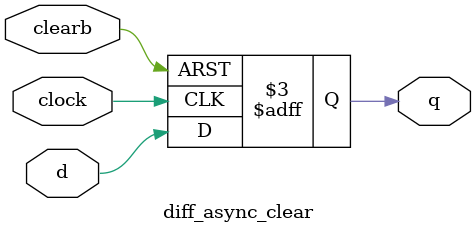
<source format=v>
module dff_sync_clear(d, clearb, clock, q);
	input d, clearb, clock;
	output q;
	reg q;
	
	always@ (posedge clock)
	begin
		if(!clearb) q<= 1'b0;
		else q <=d;
	end
endmodule
	
module diff_async_clear(d, clearb, clock, q);
	input d, clearb, clock;
	output q;
	reg q;
	
	always@(negedge clearb or posedge clock)
	begin
		if(!clearb) q<=1'b0;
		else q <=d;
	end
endmodule
</source>
